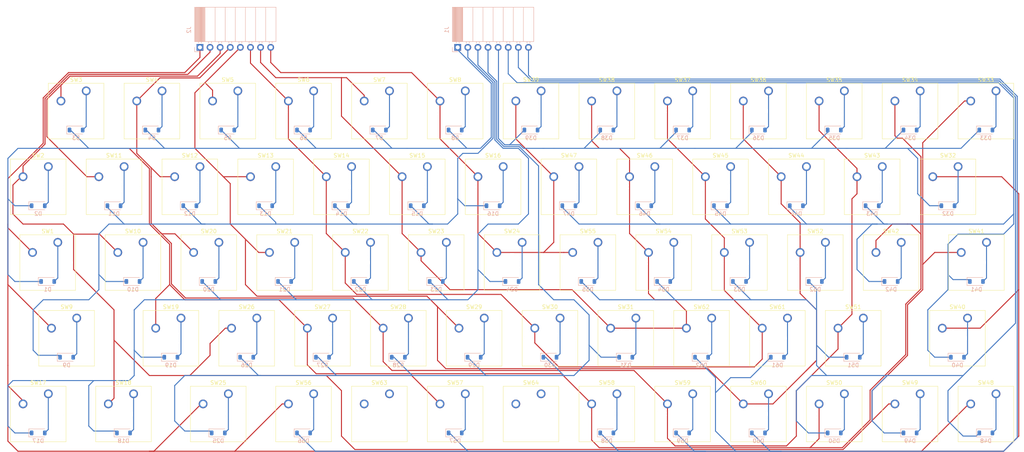
<source format=kicad_pcb>
(kicad_pcb (version 20221018) (generator pcbnew)

  (general
    (thickness 1.6)
  )

  (paper "A3")
  (layers
    (0 "F.Cu" signal)
    (31 "B.Cu" signal)
    (32 "B.Adhes" user "B.Adhesive")
    (33 "F.Adhes" user "F.Adhesive")
    (34 "B.Paste" user)
    (35 "F.Paste" user)
    (36 "B.SilkS" user "B.Silkscreen")
    (37 "F.SilkS" user "F.Silkscreen")
    (38 "B.Mask" user)
    (39 "F.Mask" user)
    (40 "Dwgs.User" user "User.Drawings")
    (41 "Cmts.User" user "User.Comments")
    (42 "Eco1.User" user "User.Eco1")
    (43 "Eco2.User" user "User.Eco2")
    (44 "Edge.Cuts" user)
    (45 "Margin" user)
    (46 "B.CrtYd" user "B.Courtyard")
    (47 "F.CrtYd" user "F.Courtyard")
    (48 "B.Fab" user)
    (49 "F.Fab" user)
    (50 "User.1" user)
    (51 "User.2" user)
    (52 "User.3" user)
    (53 "User.4" user)
    (54 "User.5" user)
    (55 "User.6" user)
    (56 "User.7" user)
    (57 "User.8" user)
    (58 "User.9" user)
  )

  (setup
    (pad_to_mask_clearance 0)
    (pcbplotparams
      (layerselection 0x00010fc_ffffffff)
      (plot_on_all_layers_selection 0x0000000_00000000)
      (disableapertmacros false)
      (usegerberextensions false)
      (usegerberattributes true)
      (usegerberadvancedattributes true)
      (creategerberjobfile true)
      (dashed_line_dash_ratio 12.000000)
      (dashed_line_gap_ratio 3.000000)
      (svgprecision 4)
      (plotframeref false)
      (viasonmask false)
      (mode 1)
      (useauxorigin false)
      (hpglpennumber 1)
      (hpglpenspeed 20)
      (hpglpendiameter 15.000000)
      (dxfpolygonmode true)
      (dxfimperialunits true)
      (dxfusepcbnewfont true)
      (psnegative false)
      (psa4output false)
      (plotreference true)
      (plotvalue true)
      (plotinvisibletext false)
      (sketchpadsonfab false)
      (subtractmaskfromsilk false)
      (outputformat 1)
      (mirror false)
      (drillshape 1)
      (scaleselection 1)
      (outputdirectory "")
    )
  )

  (net 0 "")
  (net 1 "Net-(D1-K)")
  (net 2 "Net-(D1-A)")
  (net 3 "Net-(D10-A)")
  (net 4 "Net-(D10-K)")
  (net 5 "Net-(D17-K)")
  (net 6 "Net-(D17-A)")
  (net 7 "Net-(D25-K)")
  (net 8 "Net-(D25-A)")
  (net 9 "Net-(D32-K)")
  (net 10 "Net-(D33-A)")
  (net 11 "Net-(D40-K)")
  (net 12 "Net-(D41-A)")
  (net 13 "Net-(D48-K)")
  (net 14 "Net-(D49-A)")
  (net 15 "Net-(D56-K)")
  (net 16 "Net-(D56-A)")
  (net 17 "Net-(J2-Pin_1)")
  (net 18 "Net-(J2-Pin_2)")
  (net 19 "Net-(J2-Pin_3)")
  (net 20 "Net-(J2-Pin_4)")
  (net 21 "Net-(J2-Pin_5)")
  (net 22 "Net-(J2-Pin_6)")
  (net 23 "Net-(J2-Pin_7)")
  (net 24 "Net-(J2-Pin_8)")
  (net 25 "unconnected-(SW63-Pad1)")
  (net 26 "unconnected-(SW63-Pad2)")
  (net 27 "unconnected-(SW64-Pad1)")
  (net 28 "unconnected-(SW64-Pad2)")
  (net 29 "Net-(D2-A)")
  (net 30 "Net-(D3-A)")
  (net 31 "Net-(D4-A)")
  (net 32 "Net-(D5-A)")
  (net 33 "Net-(D6-A)")
  (net 34 "Net-(D7-A)")
  (net 35 "Net-(D8-A)")
  (net 36 "Net-(D9-A)")
  (net 37 "Net-(D11-A)")
  (net 38 "Net-(D12-A)")
  (net 39 "Net-(D13-A)")
  (net 40 "Net-(D14-A)")
  (net 41 "Net-(D15-A)")
  (net 42 "Net-(D16-A)")
  (net 43 "Net-(D18-A)")
  (net 44 "Net-(D19-A)")
  (net 45 "Net-(D20-A)")
  (net 46 "Net-(D21-A)")
  (net 47 "Net-(D22-A)")
  (net 48 "Net-(D23-A)")
  (net 49 "Net-(D24-A)")
  (net 50 "Net-(D26-A)")
  (net 51 "Net-(D27-A)")
  (net 52 "Net-(D28-A)")
  (net 53 "Net-(D29-A)")
  (net 54 "Net-(D30-A)")
  (net 55 "Net-(D31-A)")
  (net 56 "Net-(D32-A)")
  (net 57 "Net-(D34-A)")
  (net 58 "Net-(D35-A)")
  (net 59 "Net-(D36-A)")
  (net 60 "Net-(D37-A)")
  (net 61 "Net-(D38-A)")
  (net 62 "Net-(D39-A)")
  (net 63 "Net-(D40-A)")
  (net 64 "Net-(D42-A)")
  (net 65 "Net-(D43-A)")
  (net 66 "Net-(D44-A)")
  (net 67 "Net-(D45-A)")
  (net 68 "Net-(D46-A)")
  (net 69 "Net-(D47-A)")
  (net 70 "Net-(D48-A)")
  (net 71 "Net-(D50-A)")
  (net 72 "Net-(D51-A)")
  (net 73 "Net-(D52-A)")
  (net 74 "Net-(D53-A)")
  (net 75 "Net-(D54-A)")
  (net 76 "Net-(D55-A)")
  (net 77 "Net-(D57-A)")
  (net 78 "Net-(D58-A)")
  (net 79 "Net-(D59-A)")
  (net 80 "Net-(D60-A)")
  (net 81 "Net-(D61-A)")
  (net 82 "Net-(D62-A)")

  (footprint "Button_Switch_Keyboard:SW_Cherry_MX_1.00u_PCB" (layer "F.Cu") (at 283.21 116.36375))

  (footprint "Button_Switch_Keyboard:SW_Cherry_MX_1.00u_PCB" (layer "F.Cu") (at 259.3975 154.46375))

  (footprint "Button_Switch_Keyboard:SW_Cherry_MX_1.00u_PCB" (layer "F.Cu") (at 111.76 116.36375))

  (footprint "Button_Switch_Keyboard:SW_Cherry_MX_1.00u_PCB" (layer "F.Cu") (at 249.8725 135.41375))

  (footprint "Button_Switch_Keyboard:SW_Cherry_MX_1.25u_PCB" (layer "F.Cu") (at 137.95375 173.51375))

  (footprint "Button_Switch_Keyboard:SW_Cherry_MX_1.00u_PCB" (layer "F.Cu") (at 273.685 173.51375))

  (footprint "Button_Switch_Keyboard:SW_Cherry_MX_1.00u_PCB" (layer "F.Cu") (at 254.635 97.31375))

  (footprint "Button_Switch_Keyboard:SW_Cherry_MX_1.00u_PCB" (layer "F.Cu") (at 211.7725 135.41375))

  (footprint "Button_Switch_Keyboard:SW_Cherry_MX_1.00u_PCB" (layer "F.Cu") (at 178.435 97.31375))

  (footprint "Button_Switch_Keyboard:SW_Cherry_MX_1.00u_PCB" (layer "F.Cu") (at 197.485 173.51375))

  (footprint "Button_Switch_Keyboard:SW_Cherry_MX_1.00u_PCB" (layer "F.Cu") (at 197.485 97.31375))

  (footprint "Button_Switch_Keyboard:SW_Cherry_MX_1.00u_PCB" (layer "F.Cu") (at 230.8225 135.41375))

  (footprint "Button_Switch_Keyboard:SW_Cherry_MX_1.00u_PCB" (layer "F.Cu") (at 302.26 116.36375))

  (footprint "Button_Switch_Keyboard:SW_Cherry_MX_1.00u_PCB" (layer "F.Cu") (at 92.71 116.36375))

  (footprint "Button_Switch_Keyboard:SW_Cherry_MX_1.00u_PCB" (layer "F.Cu") (at 292.735 97.31375))

  (footprint "Button_Switch_Keyboard:SW_Cherry_MX_1.00u_PCB" (layer "F.Cu") (at 145.0975 154.46375))

  (footprint "Button_Switch_Keyboard:SW_Cherry_MX_1.00u_PCB" (layer "F.Cu") (at 149.86 116.36375))

  (footprint "Button_Switch_Keyboard:SW_Cherry_MX_1.00u_PCB" (layer "F.Cu") (at 287.9725 135.41375))

  (footprint "Button_Switch_Keyboard:SW_Cherry_MX_1.00u_PCB" (layer "F.Cu") (at 116.5225 135.41375))

  (footprint "Button_Switch_Keyboard:SW_Cherry_MX_1.00u_PCB" (layer "F.Cu") (at 140.335 97.31375))

  (footprint "Button_Switch_Keyboard:SW_Cherry_MX_1.00u_PCB" (layer "F.Cu") (at 273.685 97.31375))

  (footprint "Button_Switch_Keyboard:SW_Cherry_MX_1.00u_PCB" (layer "F.Cu") (at 321.31 116.36375))

  (footprint "Button_Switch_Keyboard:SW_Cherry_MX_1.00u_PCB" (layer "F.Cu") (at 307.0225 135.41375))

  (footprint "Button_Switch_Keyboard:SW_Cherry_MX_1.00u_PCB" (layer "F.Cu") (at 183.1975 154.46375))

  (footprint "Button_Switch_Keyboard:SW_Cherry_MX_1.25u_PCB" (layer "F.Cu") (at 95.09125 135.41375))

  (footprint "Button_Switch_Keyboard:SW_Cherry_MX_1.00u_PCB" (layer "F.Cu") (at 216.535 173.51375))

  (footprint "Button_Switch_Keyboard:SW_Cherry_MX_1.00u_PCB" (layer "F.Cu") (at 278.4475 154.46375))

  (footprint "Button_Switch_Keyboard:SW_Cherry_MX_1.00u_PCB" (layer "F.Cu") (at 202.2475 154.46375))

  (footprint "Button_Switch_Keyboard:SW_Cherry_MX_1.00u_PCB" (layer "F.Cu") (at 297.4975 154.46375))

  (footprint "Button_Switch_Keyboard:SW_Cherry_MX_1.00u_PCB" (layer "F.Cu") (at 245.11 116.36375))

  (footprint "Button_Switch_Keyboard:SW_Cherry_MX_1.00u_PCB" (layer "F.Cu") (at 254.635 173.51375))

  (footprint "Button_Switch_Keyboard:SW_Cherry_MX_1.00u_PCB" (layer "F.Cu") (at 130.81 116.36375))

  (footprint "Button_Switch_Keyboard:SW_Cherry_MX_1.00u_PCB" (layer "F.Cu") (at 159.385 173.51375))

  (footprint "Button_Switch_Keyboard:SW_Cherry_MX_1.00u_PCB" (layer "F.Cu") (at 207.01 116.36375))

  (footprint "Button_Switch_Keyboard:SW_Cherry_MX_1.00u_PCB" (layer "F.Cu") (at 92.71 173.51375))

  (footprint "Button_Switch_Keyboard:SW_Cherry_MX_1.25u_PCB" (layer "F.Cu") (at 328.45375 135.41375))

  (footprint "Button_Switch_Keyboard:SW_Cherry_MX_1.00u_PCB" (layer "F.Cu") (at 126.0475 154.46375))

  (footprint "Button_Switch_Keyboard:SW_Cherry_MX_1.00u_PCB" (layer "F.Cu") (at 330.835 173.51375))

  (footprint "Button_Switch_Keyboard:SW_Cherry_MX_1.00u_PCB" (layer "F.Cu") (at 235.585 97.31375))

  (footprint "Button_Switch_Keyboard:SW_Cherry_MX_1.00u_PCB" (layer "F.Cu") (at 221.2975 154.46375))

  (footprint "Button_Switch_Keyboard:SW_Cherry_MX_1.00u_PCB" (layer "F.Cu") (at 216.535 97.31375))

  (footprint "Button_Switch_Keyboard:SW_Cherry_MX_1.00u_PCB" (layer "F.Cu")
    (tstamp a29d0987-fc1b-479e-89c1-4957eae3384f)
    (at 268.9225 135.41375)
    (descr "Cherry MX keyswitch, 1.00u, PCB mount, http://cherryamericas.com/wp-content/uploads/2014/12/mx_cat.pdf")
    (tags "Cherry MX keyswitch 1.00u PCB")
    (property "Sheetfile" "xantronix-z32.kicad_sch")
    (property "Sheetname" "")
    (property "ki_description" "Push button switch, generic, two pins")
    (property "ki_keywords" "switch normally-open pushbutton push-button")
    (path "/e818bc00-1e8f-44e3-b9f4-0bae43ab4fb8")
    (attr through_hole)
    (fp_text reference "SW53" (at -2.54 -2.794) (layer "F.SilkS")
        (effects (font (size 1 1) (thickness 0.15)))
      (tstamp cb3cf7f9-8c81-468e-8413-26def3be3526)
    )
    (fp_text value "SW_Push" (at -2.54 12.954) (layer "F.Fab")
        (effects (font (size 1 1) (thickness 0.15)))
      (tstamp 5182fbc3-0c7b-453c-aafd-532198d8e30e)
    )
    (fp_text user "${REFERENCE}" (at -2.54 -2.794) (layer "F.Fab")
        (effects (font (size 1 1) (thickness 0.15)))
      (tstamp 68a1dcc7-8161-4f6b-9b42-7c6638961b1c)
    )
    (fp_line (start -9.525 -1.905) (end 4.445 -1.905)
      (stroke (width 0.12) (type solid)) (layer "F.SilkS") (tstamp 08667e8a-8c72-429f-b2e6-5db12ca88ec3))
    (fp_line (start -9.525 12.065) (end -9.525 -1.905)
      (stroke (width 0.12) (type solid)) (layer "F.SilkS") (tstamp 0c747d89-b9cd-4ce8-9ab2-10088c866c2a))
    (fp_line (start 4.445 -1.905) (end 4.445 12.065)
      (stroke (width 0.12) (type solid)) (layer "F.SilkS") (tstamp f19d8e3e-1608-4cbf-9820-4000cc5e77a2))
    (fp_line (start 4.445 12.065) (end -9.525 12.065)
      (stroke (width 0.12) (type solid)) (layer "F.SilkS") (tstamp 4c4f0c93-87ab-4c00-841e-6a65574447aa))
    (fp_line (start -12.065 -4.445) (end 6.985 -4.445)
      (stroke (width 0.15) (type solid)) (layer "Dwgs.User") (tstamp e7e1ea46-d40c-432d-9e55-5a9b96b52741))
    (fp_line (start -12.065 14.605) (end -12.065 -4.445)
      (stroke (width 0.15) (type solid)) (layer "Dwgs.User") (tstamp 8db66b3b-fa37-4c8f-aaa0-111a725d8bc4))
    (fp_line (start 6.985 -4.445) (end 6.985 14.605)
      (stroke (width 0.15) (type solid)) (layer "Dwgs.User") (tstamp b1ad30f7-8a1d-476a-a2c5-5037a5d7450c))
    (fp_line (start 6.985 14.605) (end -12.065 14.605)
      (stroke (width 0.15) (type solid)) (layer "Dwgs.User") (tstamp 4924eca8-f13b-43e7-a3d0-2f8a8208b8df))
    (fp_line (start -9.14 -1.52) (end 4.06 -1.52)
      (stroke (width 0.05) (type solid)) (layer "F.CrtYd") (tstamp 4c571deb-62
... [506644 chars truncated]
</source>
